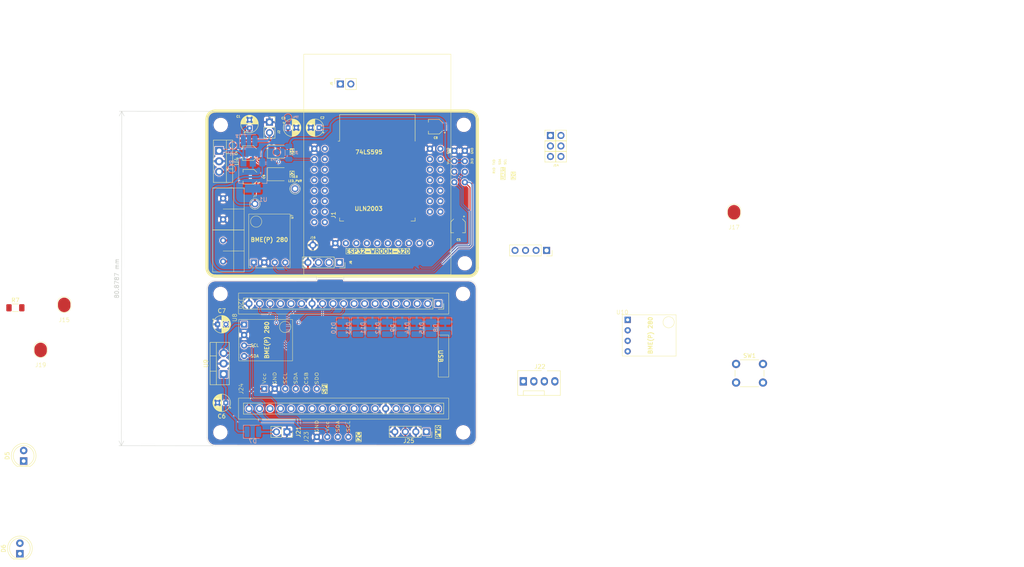
<source format=kicad_pcb>
(kicad_pcb (version 20240108) (generator "pcbnew") (generator_version "8.0")
  (layers (0 "F.Cu" signal) (31 "B.Cu" signal) (34 "B.Paste" user) (35 "F.Paste" user) (36 "B.SilkS" user "B.Silkscreen") (37 "F.SilkS" user "F.Silkscreen") (38 "B.Mask" user) (39 "F.Mask" user) (44 "Edge.Cuts" user))
  (net 0 "")
  (net 1 "GND")
  (net 2 "+3V3")
  (net 3 "+5V")
  (net 4 "/RXD")
  (net 5 "/TXD")
  (net 6 "/SDA")
  (net 7 "/GPIO_33")
  (net 8 "/SCL")
  (net 9 "/OUT3")
  (net 10 "/EN")
  (net 11 "/SOURCE2")
  (net 12 "/SOURCE1")
  (net 13 "/SOURCE3")
  (net 14 "/VDC")
  (net 15 "/DAC1")
  (net 16 "/DAC2")
  (net 17 "/GPIO39")
  (net 18 "/GPIO19")
  (net 19 "/GPIO17")
  (net 20 "/GPIO5")
  (net 21 "/GPIO18")
  (net 22 "/SD_DATA0")
  (net 23 "/ADC2_CH3")
  (net 24 "/SD_DATA3")
  (net 25 "/SD_CMD")
  (net 26 "/SD_CLK")
  (net 27 "/SD_DATA2")
  (net 28 "/SD_DATA1")
  (net 29 "/ADC2_CH0")
  (net 30 "/GPIO23")
  (net 31 "/GPIO36")
  (net 32 "/ADC2_CH2")
  (net 33 "/BOOT")
  (net 34 "/GPIO13")
  (net 35 "/SOURCE4")
  (net 36 "/SOURCE5")
  (net 37 "/SIPO_DATA")
  (net 38 "/SIPO_CLK")
  (net 39 "/SIPO_LATCH")
  (net 40 "/GPIO14")
  (net 41 "/OUT1")
  (net 42 "/VIN")
  (net 45 "Net-(D5-Pad1)")
  (net 46 "Net-(J15-Pin_1)")
  (net 47 "Net-(J19-Pin_1)")
  (net 48 "/OUT2")
  (net 60 "/RX")
  (net 65 "/TX")
  (net 76 "/SCL-2")
  (net 77 "/SDA-2")
  (net 80 "/12V")
  (net 82 "/QB-2")
  (net 83 "/QC-2")
  (net 84 "/QE-2")
  (net 85 "/QA-2")
  (net 86 "/QD-2")
  (net 87 "/QG-2")
  (net 88 "/QH-2")
  (net 89 "/QF-2")
  (net 90 "/SPI-SDO")
  (net 91 "/SPI-CSB")
  (net 92 "/SPI-SCL")
  (net 93 "/SPI-SDA")
  (net 94 "/D23")
  (net 95 "/D18")
  (footprint "Capacitor_THT:CP_Radial_D4.0mm_P2.00mm" (layer "F.Cu") (at 107 44.2 180)
    (property "Reference" "C2")
    (property "Value" "1uF")
  )
  (footprint "LED_SMD:LED_1210_3225Metric_Pad1.42x2.65mm_HandSolder" (layer "F.Cu") (at 97 55.45)
    (property "Reference" "D2")
    (property "Value" "STATUS")
  )
  (footprint "Capacitor_SMD:CP_Elec_3x5.3" (layer "F.Cu") (at 90.3 50.35 180)
    (property "Reference" "C4")
    (property "Value" "0.1uF")
  )
  (footprint "Resistor_SMD:R_1206_3216Metric_Pad1.30x1.75mm_HandSolder" (layer "F.Cu") (at 33.612 87.7585)
    (property "Reference" "R7")
    (property "Value" "4K7")
  )
  (footprint "LED_THT:LED_D5.0mm" (layer "F.Cu") (at 34.7 147.25 90)
    (property "Reference" "D6")
    (property "Value" "LED_STATUS")
  )
  (footprint "Button_Switch_THT:SW_PUSH_6mm" (layer "F.Cu") (at 207.8 101.35)
    (property "Reference" "SW1")
    (property "Value" "SW_Push")
  )
  (footprint "Connector:FanPinHeader_1x04_P2.54mm_Vertical" (layer "F.Cu") (at 156.38 105.55)
    (property "Reference" "J22")
    (property "Value" "Conn_01x04_Pin")
  )
  (footprint "Alexander Footprint Library:Pad_1x01_P2.54_SMD" (layer "F.Cu") (at 39.712 102.098)
    (property "Reference" "J19")
    (property "Value" "LED_PWR")
  )
  (footprint "Alexanddr Footprints Library:ESP32-WROOM-Adapter-Socket-2" (layer "F.Cu") (at 121.1 56.9025)
    (property "Reference" "J1")
    (property "Value" "~")
  )
  (footprint "Alexander Footprint Library:Pad_1x01_P2.54_SMD" (layer "F.Cu") (at 45.412 91.198)
    (property "Reference" "J15")
    (property "Value" "LED_PWR")
  )
  (footprint "MountingHole:MountingHole_3mm" (layer "F.Cu") (at 142 43.5)
    (property "Reference" "H1" (hide yes))
    (property "Value" "MountingHole_Pad")
  )
  (footprint "Connector_PinSocket_2.54mm:PinSocket_1x02_P2.54mm_Vertical" (layer "F.Cu") (at 99.25 117.775 -90)
    (property "Reference" "J21")
    (property "Value" "PWR")
  )
  (footprint "MountingHole:MountingHole_3mm" (layer "F.Cu") (at 83.25 43.53)
    (property "Reference" "H2" (hide yes))
    (property "Value" "MountingHole_Pad")
  )
  (footprint "Alexander Footprints Library:Conn_Terminal_5mm" (layer "F.Cu") (at 83.82 53.69)
    (property "Reference" "J9" (hide yes))
    (property "Value" "Conn_01x02_Socket")
  )
  (footprint "Alexander Footprint Library:Pad_1x01_P2.54_SMD" (layer "F.Cu") (at 207.3 68.7895)
    (property "Reference" "J17")
    (property "Value" "GND")
  )
  (footprint "MountingHole:MountingHole_3mm" (layer "F.Cu") (at 141.85 117.9)
    (property "Reference" "H4" (hide yes))
    (property "Value" "MountingHole_Pad")
  )
  (footprint "Capacitor_THT:CP_Radial_D4.0mm_P2.00mm" (layer "F.Cu") (at 82.5 91.75)
    (property "Reference" "C7")
    (property "Value" "1uF")
  )
  (footprint "Connector_PinSocket_2.54mm:PinSocket_1x04_P2.54mm_Vertical" (layer "F.Cu") (at 132.94 117.75 -90)
    (property "Reference" "J25")
    (property "Value" "PWR_SATA_Conn_01x04")
  )
  (footprint "Capacitor_SMD:CP_Elec_3x5.3" (layer "F.Cu") (at 90.4 56.05 180)
    (property "Reference" "C9")
    (property "Value" "0.1uF")
  )
  (footprint "Alexander Footprint Library:PinSocket_1x01_P2.54" (layer "F.Cu") (at 91.5 65.19)
    (property "Reference" "J7")
    (property "Value" "LED_PWR")
  )
  (footprint "Alexander Footprint Library:Conn_SPI" (layer "F.Cu") (at 88.68 107.35 90)
    (property "Reference" "J24")
    (property "Value" "~")
  )
  (footprint "Connector_PinSocket_2.54mm:PinSocket_1x02_P2.54mm_Vertical" (layer "F.Cu") (at 95.025 42.85)
    (property "Reference" "J2")
    (property "Value" "PWR")
  )
  (footprint "Connector_PinSocket_2.54mm:PinSocket_1x04_P2.54mm_Vertical" (layer "F.Cu") (at 111.94 76.8 -90)
    (property "Reference" "J6")
    (property "Value" "SOURCE")
  )
  (footprint "MountingHole:MountingHole_3mm" (layer "F.Cu") (at 83.15 117.9)
    (property "Reference" "H4" (hide yes))
    (property "Value" "MountingHole_Pad")
  )
  (footprint "Connector_PinSocket_2.54mm:PinSocket_1x04_P2.54mm_Vertical" (layer "F.Cu") (at 162 73.875 -90)
    (property "Reference" "J10" (hide yes))
    (property "Value" "ADC")
  )
  (footprint "Capacitor_SMD:CP_Elec_3x5.3" (layer "F.Cu") (at 140.6 67.85 -90)
    (property "Reference" "C5")
    (property "Value" "0.1uF")
  )
  (footprint "MountingHole:MountingHole_3mm" (layer "F.Cu") (at 141.8 84.4)
    (property "Reference" "H4" (hide yes))
    (property "Value" "MountingHole_Pad")
  )
  (footprint "Capacitor_THT:CP_Radial_D4.0mm_P2.00mm" (layer "F.Cu") (at 99.5 44.2)
    (property "Reference" "C3")
    (property "Value" "1uF")
  )
  (footprint "Alexander Footprint Library:Conn_ESP32_WROOM-DevKit-38pins" (layer "F.Cu") (at 87.54 86.75 -90)
    (property "Reference" "J20")
    (property "Value" "~")
  )
  (footprint "Capacitor_SMD:CP_Elec_3x5.3" (layer "F.Cu") (at 135.2 43.95 180)
    (property "Reference" "C8")
    (property "Value" "10uF")
  )
  (footprint "Alexander Footprint Library:LD1117" (layer "F.Cu") (at 83.945 103.79 90)
    (property "Reference" "U9")
    (property "Value" "L7805")
  )
  (footprint "Alexander Footprint Library:PinSocket_1x01_P2.54" (layer "F.Cu") (at 101.2 61.52)
    (property "Reference" "J18")
    (property "Value" "LED_PWR")
  )
  (footprint "Alexander Footprint Library:Conn_I2C" (layer "F.Cu") (at 98.84 119 90)
    (property "Reference" "J23")
    (property "Value" "I2C")
  )
  (footprint "Capacitor_THT:CP_Radial_D4.0mm_P2.00mm" (layer "F.Cu") (at 84.4726 110.75 180)
    (property "Reference" "C6")
    (property "Value" "1uF")
  )
  (footprint "Alexander Footprint Library:BME280_BMP280_I2C" (layer "F.Cu") (at 180.3 89.45)
    (property "Reference" "U10")
    (property "Value" "BME(P)280")
  )
  (footprint "MountingHole:MountingHole_3mm" (layer "F.Cu") (at 83.2 84.4)
    (property "Reference" "H4" (hide yes))
    (property "Value" "MountingHole_Pad")
  )
  (footprint "Connector_PinSocket_2.54mm:PinSocket_1x02_P2.54mm_Vertical" (layer "F.Cu") (at 112.15 33.625 90)
    (property "Reference" "J5")
    (property "Value" "DAC")
  )
  (footprint "Alexander Footprint Library:CONN_2x3" (layer "F.Cu") (at 162.93 41)
    (property "Reference" "J14")
    (property "Value" "GPIO")
  )
  (footprint "Alexander Footprints Library:Conn_UART" (layer "F.Cu") (at 139.7 42.15)
    (property "Reference" "J3" (hide yes))
    (property "Value" "UART")
  )
  (footprint "Alexander Footprint Library:PinSocket_1x01_P2.54" (layer "F.Cu") (at 105.5 75.19)
    (property "Reference" "J16")
    (property "Value" "GND")
  )
  (footprint "Capacitor_THT:CP_Radial_D4.0mm_P2.00mm" (layer "F.Cu") (at 90.2 44.3 90)
    (property "Reference" "C1")
    (property "Value" "1uF")
  )
  (footprint "Alexander Footprint Library:BME280_BMP280_I2C" (layer "F.Cu") (at 90 78.1 90)
    (property "Reference" "U7")
    (property "Value" "BME(P)280")
  )
  (footprint "Alexander Footprint Library:LD1117" (layer "F.Cu") (at 82.855 49.77 -90)
    (property "Reference" "U4")
    (property "Value" "L7805")
  )
  (footprint "Alexander Footprints Library:Conn_I2C" (layer "F.Cu") (at 142.24 42.15)
    (property "Reference" "J4" (hide yes))
    (property "Value" "I2C")
  )
  (footprint "LED_THT:LED_D5.0mm" (layer "F.Cu") (at 35.612 124.8335 90)
    (property "Reference" "D5")
    (property "Value" "LED_PWR")
  )
  (footprint "Alexander Footprint Library:BME280_BMP280_I2C" (layer "F.Cu") (at 87.6 90.59)
    (property "Reference" "U8")
    (property "Value" "BME(P)280")
  )
  (footprint "LED_SMD:LED_1210_3225Metric_Pad1.42x2.65mm_HandSolder" (layer "F.Cu") (at 97 50)
    (property "Reference" "D1")
    (property "Value" "PWR")
  )
  (footprint "MountingHole:MountingHole_3mm" (layer "F.Cu") (at 142.25 77)
    (property "Reference" "H4" (hide yes))
    (property "Value" "MountingHole_Pad")
  )
  (footprint "Alexander Footprints Library:Conn_Terminal_5mm" (layer "F.Cu") (at 83.82 63.85)
    (property "Reference" "J8" (hide yes))
    (property "Value" "Conn_01x02_Socket")
  )
  (footprint "TestPoint:TestPoint_Pad_D1.5mm" (layer "B.Cu") (at 99.5 41.75 180)
    (property "Reference" "TP4")
    (property "Value" "5V")
  )
  (footprint "LED_SMD:LED_1210_3225Metric_Pad1.42x2.65mm_HandSolder" (layer "B.Cu") (at 127.1 92.65 -90)
    (property "Reference" "D9")
    (property "Value" "PWR")
  )
  (footprint "TestPoint:TestPoint_Pad_D1.5mm" (layer "B.Cu") (at 96.8 50.15 180)
    (property "Reference" "TP3")
    (property "Value" "3V3")
  )
  (footprint "LED_SMD:LED_1210_3225Metric_Pad1.42x2.65mm_HandSolder" (layer "B.Cu") (at 119.9 92.65 -90)
    (property "Reference" "D11")
    (property "Value" "PWR")
  )
  (footprint "Diode_SMD:D_1210_3225Metric" (layer "B.Cu") (at 91 117.75)
    (property "Reference" "D7")
    (property "Value" "D")
  )
  (footprint "LED_SMD:LED_1210_3225Metric_Pad1.42x2.65mm_HandSolder" (layer "B.Cu") (at 134.1 92.65 -90)
    (property "Reference" "D15")
    (property "Value" "PWR")
  )
  (footprint "Resistor_SMD:R_1206_3216Metric_Pad1.30x1.75mm_HandSolder" (layer "B.Cu") (at 99.7 50.25 -90)
    (property "Reference" "R1")
    (property "Value" "10K")
  )
  (footprint "Diode_SMD:D_1210_3225Metric" (layer "B.Cu") (at 90.1 47.4)
    (property "Reference" "D4")
    (property "Value" "D")
  )
  (footprint "LED_SMD:LED_1210_3225Metric_Pad1.42x2.65mm_HandSolder" (layer "B.Cu") (at 130.6 92.65 -90)
    (property "Reference" "D14")
    (property "Value" "PWR")
  )
  (footprint "TestPoint:TestPoint_Pad_D1.5mm" (layer "B.Cu") (at 86.2 48.45 180)
    (property "Reference" "TP1")
    (property "Value" "VIN")
  )
  (footprint "LED_SMD:LED_1210_3225Metric_Pad1.42x2.65mm_HandSolder" (layer "B.Cu") (at 123.5 92.65 -90)
    (property "Reference" "D12")
    (property "Value" "PWR")
  )
  (footprint "TestPoint:TestPoint_Pad_D1.5mm" (layer "B.Cu") (at 85.9 54.15 180)
    (property "Reference" "TP2")
    (property "Value" "GND")
  )
  (footprint "LED_SMD:LED_1210_3225Metric_Pad1.42x2.65mm_HandSolder" (layer "B.Cu") (at 116.4 92.65 -90)
    (property "Reference" "D13")
    (property "Value" "PWR")
  )
  (footprint "LED_SMD:LED_1210_3225Metric_Pad1.42x2.65mm_HandSolder" (layer "B.Cu") (at 112.8 92.65 -90)
    (property "Reference" "D10")
    (property "Value" "PWR")
  )
  (footprint "Package_TO_SOT_SMD:SOT-223-3_TabPin2" (layer "B.Cu") (at 91 55.75 -90)
    (property "Reference" "U1")
    (property "Value" "MAX1726EUK33")
  )
  (footprint "LED_SMD:LED_1210_3225Metric_Pad1.42x2.65mm_HandSolder" (layer "B.Cu") (at 137.5 92.65 -90)
    (property "Reference" "D8")
    (property "Value" "PWR")
  )
  (gr_line (start 145.25 42.11421) (end 145.25 78.085782) (stroke (width 0.75)) (layer "F.SilkS"))
  (gr_line (start 81.914218 40.164218) (end 143.08579 40.164218) (stroke (width 0.75)) (layer "F.SilkS"))
  (gr_arc (start 145.25 78.085782) (mid 144.66422 79.500007) (end 143.25 80.085782) (stroke (width 0.75)) (layer "F.SilkS"))
  (gr_line (start 79.914218 42.11421) (end 79.914218 78.085782) (stroke (width 0.75)) (layer "F.SilkS"))
  (gr_arc (start 81.914218 80.085782) (mid 80.499999 79.500001) (end 79.914218 78.085782) (stroke (width 0.75)) (layer "F.SilkS"))
  (gr_arc (start 143.25 40.25) (mid 144.664214 40.835786) (end 145.25 42.25) (stroke (width 0.75)) (layer "F.SilkS"))
  (gr_arc (start 79.914218 42.164218) (mid 80.499999 40.749999) (end 81.914218 40.164218) (stroke (width 0.75)) (layer "F.SilkS"))
  (gr_line (start 81.914214 80.085782) (end 143.085786 80.085782) (stroke (width 0.75)) (layer "F.SilkS"))
  (gr_line (start 82.014214 80.235786) (end 106.4 80.25) (stroke (width 0.1)) (layer "Edge.Cuts"))
  (gr_line (start 80 42.25) (end 80.014214 78.235786) (stroke (width 0.1)) (layer "Edge.Cuts"))
  (gr_arc (start 79.921321 83.157107) (mid 80.507106 81.742896) (end 81.921321 81.157107) (stroke (width 0.1)) (layer "Edge.Cuts"))
  (gr_line (start 81.921321 121.128679) (end 143.107107 121.142893) (stroke (width 0.1)) (layer "Edge.Cuts"))
  (gr_arc (start 81.921321 121.128679) (mid 80.507101 120.542899) (end 79.921321 119.128679) (stroke (width 0.1)) (layer "Edge.Cuts"))
  (gr_line (start 143.092893 81.157107) (end 113 81.15) (stroke (width 0.1)) (layer "Edge.Cuts"))
  (gr_arc (start 145.107107 119.142893) (mid 144.521321 120.557107) (end 143.107107 121.142893) (stroke (width 0.1)) (layer "Edge.Cuts"))
  (gr_line (start 106.4 81.15) (end 81.921321 81.157107) (stroke (width 0.1)) (layer "Edge.Cuts"))
  (gr_arc (start 143.185786 40.264214) (mid 144.600004 40.849996) (end 145.185786 42.264214) (stroke (width 0.1)) (layer "Edge.Cuts"))
  (gr_line (start 113 80.25) (end 143.185786 80.235786) (stroke (width 0.1)) (layer "Edge.Cuts"))
  (gr_arc (start 82.014214 80.235786) (mid 80.599996 79.650004) (end 80.014214 78.235786) (stroke (width 0.1)) (layer "Edge.Cuts"))
  (gr_line (start 145.185786 42.264214) (end 145.185786 78.235786) (stroke (width 0.1)) (layer "Edge.Cuts"))
  (gr_arc (start 80 42.25) (mid 80.585786 40.835786) (end 82 40.25) (stroke (width 0.1)) (layer "Edge.Cuts"))
  (gr_line (start 145.107107 119.142893) (end 145.092893 83.157107) (stroke (width 0.1)) (layer "Edge.Cuts"))
  (gr_line (start 79.921321 119.128679) (end 79.921321 83.157107) (stroke (width 0.1)) (layer "Edge.Cuts"))
  (gr_line (start 106.4 81.15) (end 106.4 80.25) (stroke (width 0.1)) (layer "Edge.Cuts"))
  (gr_arc (start 145.185786 78.235786) (mid 144.600004 79.650004) (end 143.185786 80.235786) (stroke (width 0.1)) (layer "Edge.Cuts"))
  (gr_arc (start 143.092893 81.157107) (mid 144.507112 81.742888) (end 145.092893 83.157107) (stroke (width 0.1)) (layer "Edge.Cuts"))
  (gr_line (start 113 81.15) (end 113 80.25) (stroke (width 0.1)) (layer "Edge.Cuts"))
  (gr_line (start 143.185786 40.264214) (end 82 40.25) (stroke (width 0.1)) (layer "Edge.Cuts"))
  (gr_text "SCL" (at 90.4 96.85 0) (layer "F.SilkS") (effects (font (size 0.7 0.7) (thickness 0.125) (bold yes)) (justify left)))
  (gr_text "SDA" (at 90.4 99.45 0) (layer "F.SilkS") (effects (font (size 0.7 0.7) (thickness 0.125) (bold yes)) (justify left)))
  (gr_text "PWR" (at 136.4 119.55 90) (layer "F.SilkS" knockout) (effects (font (size 1 1) (thickness 0.25) (bold yes)) (justify left bottom)))
  (gr_text "74LS595" (at 119.057143 50.1 0) (layer "F.SilkS") (effects (font (size 1 1) (thickness 0.2) (bold yes))))
  (gr_text "ULN2003" (at 115.5 64.374 0) (layer "F.SilkS") (effects (font (size 1 1) (thickness 0.2) (bold yes)) (justify left bottom)))
  (dimension (type aligned) (layer "Edge.Cuts") (pts (xy 81.921321 121.128679) (xy 82 40.25)) (height -22.6907) (gr_text "80.8787 mm" (at 58.119973 80.666146 89.94426182) (layer "Edge.Cuts") (effects (font (size 1 1) (thickness 0.15)))) (format (prefix "") (suffix "") (units 3) (units_format 1) (precision 4)) (style (thickness 0.1) (arrow_length 1.27) (text_position_mode 0) (extension_height 0.58642) (extension_offset 0.5) keep_text_aligned))
  (segment (start 84.21 66) (end 83.82 66.39) (width 0.5) (layer "F.Cu") (net 1))
  (segment (start 95.5 54.8625) (end 95.5125 54.85) (width 0.25) (layer "F.Cu") (net 1))
  (segment (start 95.5 55.4625) (end 95.5125 55.45) (width 0.25) (layer "F.Cu") (net 1))
  (segment (start 91.5 59.65) (end 91.9 59.25) (width 0.5) (layer "F.Cu") (net 2))
  (segment (start 90.08 108.57) (end 90.08 112.15) (width 0.5) (layer "F.Cu") (net 2))
  (segment (start 91.3 107.35) (end 90.08 108.57) (width 0.5) (layer "F.Cu") (net 2))
  (segment (start 91.9 59.25) (end 91.9 56.05) (width 0.5) (layer "F.Cu") (net 2))
  (segment (start 93.76 107.35) (end 91.3 107.35) (width 0.5) (layer "F.Cu") (net 2))
  (segment (start 91.5 62.62) (end 91.5 59.65) (width 0.5) (layer "F.Cu") (net 2))
  (segment (start 98.4875 50) (end 101.05 50) (width 0.5) (layer "F.Cu") (net 2))
  (segment (start 96.075 48.7) (end 97.525 48.7) (width 0.5) (layer "B.Cu") (net 2))
  (segment (start 109.408578 44.2) (end 107 44.2) (width 0.5) (layer "B.Cu") (net 2))
  (segment (start 93.21 115.25) (end 101 115.25) (width 0.5) (layer "B.Cu") (net 2))
  (segment (start 81.3 75.997918) (end 81.3 59.75104) (width 0.5) (layer "B.Cu") (net 2))
  (segment (start 93.3 54.905025) (end 93.3 52.6) (width 0.5) (layer "B.Cu") (net 2))
  (segment (start 100 48.7) (end 100 48.03033) (width 0.5) (layer "B.Cu") (net 2))
  (segment (start 139.13 52.31) (end 139.7 52.31) (width 0.5) (layer "B.Cu") (net 2))
  (segment (start 138.156949 51.906949) (end 138.03 51.78) (width 0.5) (layer "B.Cu") (net 2))
  (segment (start 109 117.5) (end 109 119) (width 0.5) (layer "B.Cu") (net 2))
  (segment (start 84.202081 78.9) (end 89.990883 78.9) (width 0.5) (layer "B.Cu") (net 2))
  (segment (start 109.75 45) (end 109.75 44.141421) (width 0.5) (layer "B.Cu") (net 2))
  (segment (start 109.75 43.858578) (end 109.75 44.141421) (width 0.5) (layer "B.Cu") (net 2))
  (segment (start 104.722182 46.75) (end 106.277817 46.75) (width 0.5) (layer "B.Cu") (net 2))
  (segment (start 139.7 52.31) (end 142.24 52.31) (width 0.5) (layer "B.Cu") (net 2))
  (segment (start 137.5 50.500466) (end 137.5 43.883883) (width 0.5) (layer "B.Cu") (net 2))
  (segment (start 88.207106 62.75) (end 91.5 62.75) (width 0.5) (layer "B.Cu") (net 2))
  (segment (start 86.5 61.042893) (end 86.5 57.5) (width 0.5) (layer "B.Cu") (net 2))
  (segment (start 106.277817 46.75) (end 108 46.75) (width 0.5) (layer "B.Cu") (net 2))
  (segment (start 101 115.25) (end 102.5 116.75) (width 0.5) (layer "B.Cu") (net 2))
  (segment (start 91.22 77.670883) (end 91.22 76.8) (width 0.5) (layer "B.Cu") (net 2))
  (segment (start 89.455634 56.1) (end 92.105025 56.1) (width 0.5) (layer "B.Cu") (net 2))
  (segment (start 96.075 48.7) (end 95.177817 48.7) (width 0.5) (layer "B.Cu") (net 2))
  (segment (start 90.11 112.15) (end 93.21 115.25) (width 0.5) (layer "B.Cu") (net 2))
  (segment (start 108.25 116.75) (end 109 117.5) (width 0.5) (layer "B.Cu") (net 2))
  (segment (start 104.722182 46.75) (end 101.28033 46.75) (width 0.5) (layer "B.Cu") (net 2))
  (segment (start 108 46.75) (end 109.75 45) (width 0.5) (layer "B.Cu") (net 2))
  (segment (start 96.8 49.425) (end 96.8 50.15) (width 0.25) (layer "B.Cu") (net 2))
  (segment (start 109.75 43.625) (end 109.75 43.858578) (width 0.5) (layer "B.Cu") (net 2))
  (segment (start 110.015165 42.984834) (end 110.5 42.5) (width 0.5) (layer "B.Cu") (net 2))
  (segment (start 93.3 52.6) (end 93.3 50.577817) (width 0.5) (layer "B.Cu") (net 2))
  (segment (start 82.75104 58.3) (end 84.144365 58.3) (width 0.5) (layer "B.Cu") (net 2))
  (segment (start 102.5 116.75) (end 108.25 116.75) (width 0.5) (layer "B.Cu") (net 2))
  (segment (start 112.31066 41.75) (end 135.366116 41.75) (width 0.5) (layer "B.Cu") (net 2))
  (segment (start 100 48.7) (end 97.525 48.7) (width 0.5) (layer "B.Cu") (net 2))
  (arc (start 136.875 42.375) (mid 137.337567 43.067281) (end 137.5 43.883883) (width 0.5) (layer "B.Cu") (net 2))
  (arc (start 137.5 50.500466) (mid 137.637742 51.192944) (end 138.03 51.78) (width 0.5) (layer "B.Cu") (net 2))
  (arc (start 93.3 54.905025) (mid 93.209037 55.362322) (end 92.95 55.75) (width 0.5) (layer "B.Cu") (net 2))
  (arc (start 86.8 57.2) (mid 85.581584 58.014119) (end 84.144365 58.3) (width 0.5) (layer "B.Cu") (net 2))
  (arc (start 89.455634 56.1) (mid 88.018415 56.38588) (end 86.8 57.2) (width 0.5) (layer "B.Cu") (net 2))
  (arc (start 86.5 61.042893) (mid 86.629945 61.696174) (end 87 62.25) (width 0.5) (layer "B.Cu") (net 2))
  (arc (start 82.75104 58.3) (mid 82.195751 58.410453) (end 81.725 58.725) (width 0.5) (layer "B.Cu") (net 2))
  (arc (start 92.95 55.75) (mid 92.562322 56.009037) (end 92.105025 56.1) (width 0.5) (layer "B.Cu") (net 2))
  (arc (start 95.177817 48.7) (mid 94.459207 48.84294) (end 93.85 49.25) (width 0.5) (layer "B.Cu") (net 2))
  (arc (start 96.8 49.425) (mid 96.587652 48.912347) (end 96.075 48.7) (width 0.25) (layer "B.Cu") (net 2))
  (arc (start 82.15 78.05) (mid 83.091502 78.679092) (end 84.202081 78.9) (width 0.5) (layer "B.Cu") (net 2))
  (arc (start 110.015165 42.984834) (mid 109.818914 43.278544) (end 109.75 43.625) (width 0.5) (layer "B.Cu") (net 2))
  (arc (start 109.75 44.141421) (mid 109.713838 44.087301) (end 109.65 44.1) (width 0.5) (layer "B.Cu") (net 2))
  (arc (start 136.875 42.375) (mid 136.182718 41.912432) (end 135.366116 41.75) (width 0.5) (layer "B.Cu") (net 2))
  (arc (start 93.85 49.25) (mid 93.44294 49.859207) (end 93.3 50.577817) (width 0.5) (layer "B.Cu") (net 2))
  (arc (start 90.86 78.54) (mid 90.461245 78.806439) (end 89.990883 78.9) (width 0.5) (layer "B.Cu") (net 2))
  (arc (start 109.65 44.1) (mid 109.539234 44.17401) (end 109.408578 44.2) (width 0.5) (layer "B.Cu") (net 2))
  (arc (start 87 62.25) (mid 87.553825 62.620054) (end 88.207106 62.75) (width 0.5) (layer "B.Cu") (net 2))
  (arc (start 81.725 58.725) (mid 81.410453 59.195751) (end 81.3 59.75104) (width 0.5) (layer "B.Cu") (net 2))
  (arc (start 138.156949 51.906949) (mid 138.603388 52.20525) (end 139.13 52.31) (width 0.5) (layer "B.Cu") (net 2))
  (arc (start 101.28033 46.75) (mid 100.790368 46.847459) (end 100.375 47.125) (width 0.5) (layer "B.Cu") (net 2))
  (arc (start 91.22 77.670883) (mid 91.126439 78.141245) (end 90.86 78.54) (width 0.5) (layer "B.Cu") (net 2))
  (arc (start 109.65 44.1) (mid 109.72401 43.989234) (end 109.75 43.858578) (width 0.5) (layer "B.Cu") (net 2))
  (arc (start 112.31066 41.75) (mid 111.330737 41.944918) (end 110.5 42.5) (width 0.5) (layer "B.Cu") (net 2))
  (arc (start 100.375 47.125) (mid 100.097459 47.540368) (end 100 48.03033) (width 0.5) (layer "B.Cu") (net 2))
  (arc (start 81.3 75.997918) (mid 81.520907 77.108496) (end 82.15 78.05) (width 0.5) (layer "B.Cu") (net 2))
  (segment (start 99.5 45.693413) (end 99.5 44.2) (width 0.5) (layer "F.Cu") (net 3))
  (segment (start 98.6375 46.9625) (end 99.2125 46.3875) (width 0.5) (layer "F.Cu") (net 3))
  (segment (start 83.945 98.71) (end 86.21 98.71) (width 0.5) (layer "F.Cu") (net 3))
  (segment (start 86.75 99.25) (end 86.75 100) (width 0.5) (layer "F.Cu") (net 3))
  (segment (start 127.86 116.39) (end 129 115.25) (width 0.5) (layer "F.Cu") (net 3))
  (segment (start 129 115.25) (end 135.25 115.25) (width 0.5) (layer "F.Cu") (net 3))
  (segment (start 135.81 114.69) (end 135.81 112.15) (width 0.5) (layer "F.Cu") (net 3))
  (segment (start 86.75 114.25) (end 87.75 115.25) (width 0.5) (layer "F.Cu") (net 3))
  (segment (start 86.75 100) (end 86.75 114.25) (width 0.5) (layer "F.Cu") (net 3))
  (segment (start 88.1 47.25) (end 97.943413 47.25) (width 0.5) (layer "F.Cu") (net 3))
  (segment (start 84.9 54.85) (end 85.4 54.35) (width 0.5) (layer "F.Cu") (net 3))
  (segment (start 85.4 54.35) (end 85.4 49.95) (width 0.5) (layer "F.Cu") (net 3))
  (segment (start 127.86 118.65) (end 127.86 116.39) (width 0.5) (layer "F.Cu") (net 3))
  (segment (start 86.21 98.71) (end 86.75 99.25) (width 0.5) (layer "F.Cu") (net 3))
  (segment (start 135.25 115.25) (end 135.81 114.69) (width 0.5) (layer "F.Cu") (net 3))
  (segment (start 82.855 54.85) (end 84.9 54.85) (width 0.5) (layer "F.Cu") (net 3))
  (segment (start 85.4 49.95) (end 88.1 47.25) (width 0.5) (layer "F.Cu") (net 3))
  (segment (start 87.75 115.25) (end 129 115.25) (width 0.5) (layer "F.Cu") (net 3))
  (arc (start 97.943413 47.25) (mid 98.31905 47.175281) (end 98.6375 46.9625) (width 0.5) (layer "F.Cu") (net 3))
  (arc (start 99.5 45.693413) (mid 99.425281 46.06905) (end 99.2125 46.3875) (width 0.5) (layer "F.Cu") (net 3))
  (segment (start 83.945 97.305) (end 84.5 96.75) (width 0.5) (layer "B.Cu") (net 3))
  (segment (start 84.5 94.05) (end 84.5 91.75) (width 0.5) (layer "B.Cu") (net 3))
  (segment (start 88.9 91.81) (end 86.74 91.81) (width 0.5) (layer "B.Cu") (net 3))
  (segment (start 83.945 98.71) (end 83.945 97.305) (width 0.5) (layer "B.Cu") (net 3))
  (segment (start 86.74 91.81) (end 84.5 94.05) (width 0.5) (layer "B.Cu") (net 3))
  (segment (start 84.5 96.75) (end 84.5 94.05) (width 0.5) (layer "B.Cu") (net 3))
  (segment (start 99.5 42.25) (end 99.5 44.2) (width 0.25) (layer "B.Cu") (net 3))
  (segment (start 139.7 57.35) (end 139.7 57.39) (width 0.25) (layer "F.Cu") (net 4))
  (segment (start 140.3 57.45) (end 139.3 57.45) (width 0.25) (layer "F.Cu") (net 4))
  (segment (start 142.918198 72.331802) (end 140.231802 72.331802) (width 0.25) (layer "B.Cu") (net 4))
  (segment (start 131.8 78.15) (end 131.4 77.75) (width 0.25) (layer "B.Cu") (net 4))
  (segment (start 140.231802 72.331802) (end 134.413604 78.15) (width 0.25) (layer "B.Cu") (net 4))
  (segment (start 134.413604 78.15) (end 131.8 78.15) (width 0.25) (layer "B.Cu") (net 4))
  (segment (start 139.7 57.39) (end 141.34 59.03) (width 0.25) (layer "B.Cu") (net 4))
  (segment (start 141.34 59.03) (end 141.34 62.876396) (width 0.25) (layer "B.Cu") (net 4))
  (segment (start 143.1 64.636396) (end 143.1 72.15) (width 0.25) (layer "B.Cu") (net 4))
  (segment (start 143.1 72.15) (end 142.918198 72.331802) (width 0.25) (layer "B.Cu") (net 4))
  (segment (start 141.34 62.876396) (end 143.1 64.636396) (width 0.25) (layer "B.Cu") (net 4))
  (segment (start 143.4 73.25) (end 140.7 73.25) (width 0.25) (layer "F.Cu") (net 5))
  (segment (start 143.453 56.303) (end 144 56.85) (width 0.25) (layer "F.Cu") (net 5))
  (segment (start 144 56.85) (end 144 72.65) (width 0.25) (layer "F.Cu") (net 5))
  (segment (start 139.7 54.85) (end 141.153 56.303) (width 0.25) (layer "F.Cu") (net 5))
  (segment (start 141.153 56.303) (end 143.453 56.303) (width 0.25) (layer "F.Cu") (net 5))
  (segment (start 144 72.65) (end 143.4 73.25) (width 0.25) (layer "F.Cu") (net 5))
  (segment (start 140.7 73.25) (end 136.9 77.05) (width 0.25) (layer "F.Cu") (net 5))
  (segment (start 139.7 54.85) (end 139.5 54.85) (width 0.25) (layer "F.Cu") (net 5))
  (segment (start 142.24 54.85) (end 142.24 55.51) (width 0.25) (layer "F.Cu") (net 6))
  (segment (start 141.79 58.74) (end 141 57.95) (width 0.25) (layer "B.Cu") (net 6))
  (segment (start 140.418198 72.781802) (end 143.281802 72.781802) (width 0.25) (layer "B.Cu") (net 6))
  (segment (start 98.84 76.8) (end 98.84 78.09) (width 0.25) (layer "B.Cu") (net 6))
  (segment (start 130.14 78.09) (end 130.7 78.65) (width 0.25) (layer "B.Cu") (net 6))
  (segment (start 143.55 64.45) (end 141.79 62.69) (width 0.25) (layer "B.Cu") (net 6))
  (segment (start 134.55 78.65) (end 140.418198 72.781802) (width 0.25) (layer "B.Cu") (net 6))
  (segment (start 141.79 62.69) (end 141.79 58.74) (width 0.25) (layer "B.Cu") (net 6))
  (segment (start 99.4 78.65) (end 130.7 78.65) (width 0.25) (layer "B.Cu") (net 6))
  (segment (start 141 56.09) (end 142.24 54.85) (width 0.25) (layer "B.Cu") (net 6))
  (segment (start 130.7 78.65) (end 134.55 78.65) (width 0.25) (layer "B.Cu") (net 6))
  (segment (start 98.84 78.09) (end 99.4 78.65) (width 0.25) (layer "B.Cu") (net 6))
  (segment (start 143.281802 72.781802) (end 143.55 72.513604) (width 0.25) (layer "B.Cu") (net 6))
  (segment (start 143.55 72.513604) (end 143.55 64.45) (width 0.25) (layer "B.Cu") (net 6))
  (segment (start 141 57.95) (end 141 56.09) (width 0.25) (layer "B.Cu") (net 6))
  (segment (start 143.231802 72.781802) (end 140.368198 72.781802) (width 0.25) (layer "F.Cu") (net 8))
  (segment (start 143.5 72.513604) (end 143.231802 72.781802) (width 0.25) (layer "F.Cu") (net 8))
  (segment (start 142.24 57.39) (end 143.5 58.65) (width 0.25) (layer "F.Cu") (net 8))
  (segment (start 140.368198 72.781802) (end 138.9 74.25) (width 0.25) (layer "F.Cu") (net 8))
  (segment (start 143.5 58.65) (end 143.5 72.513604) (width 0.25) (layer "F.Cu") (net 8))
  (segment (start 140.6 73.3) (end 143.4 73.3) (width 0.25) (layer "B.Cu") (net 8))
  (segment (start 144 72.7) (end 144 57.95) (width 0.25) (layer "B.Cu") (net 8))
  (segment (start 144 57.95) (end 143.44 57.39) (width 0.25) (layer "B.Cu") (net 8))
  (segment (start 96.3 78.45) (end 96.95 79.1) (width 0.25) (layer "B.Cu") (net 8))
  (segment (start 96.95 79.1) (end 134.8 79.1) (width 0.25) (layer "B.Cu") (net 8))
  (segment (start 143.44 57.39) (end 142.24 57.39) (width 0.25) (layer "B.Cu") (net 8))
  (segment (start 134.8 79.1) (end 140.6 73.3) (width 0.25) (layer "B.Cu") (net 8))
  (segment (start 143.4 73.3) (end 144 72.7) (width 0.25) (layer "B.Cu") (net 8))
  (segment (start 96.3 76.8) (end 96.3 78.45) (width 0.25) (layer "B.Cu") (net 8))
  (segment (start 91.8 52.25) (end 92.3 52.75) (width 0.25) (layer "F.Cu") (net 10))
  (segment (start 92.3 52.75) (end 96.9 52.75) (width 0.25) (layer "F.Cu") (net 10))
  (segment (start 96.9 52.75) (end 97.2 52.45) (width 0.25) (layer "F.Cu") (net 10))
  (segment (start 91.8 50.35) (end 91.8 52.25) (width 0.25) (layer "F.Cu") (net 10))
  (via (at 97.2 52.45) (size 0.8) (drill 0.4) (layers "F.Cu" "B.Cu") (net 10))
  (segment (start 101.4 51.8) (end 101.45 51.8) (width 0.25) (layer "B.Cu") (net 10))
  (segment (start 105.86 51.8225) (end 101.4225 51.8225) (width 0.25) (layer "B.Cu") (net 10))
  (segment (start 99.7 51.8) (end 101.4 51.8) (width 0.25) (layer "B.Cu") (net 10))
  (segment (start 97.2 52.45) (end 97.85 51.8) (width 0.25) (layer "B.Cu") (net 10))
  (segment (start 97.85 51.8) (end 99.7 51.8) (width 0.25) (layer "B.Cu") (net 10))
  (segment (start 101.4225 51.8225) (end 101.4 51.8) (width 0.25) (layer "B.Cu") (net 10))
  (segment (start 86.37 71.47) (end 88 73.1) (width 0.5) (layer "F.Cu") (net 11))
  (segment (start 88 73.1) (end 99 73.1) (width 0.5) (layer "F.Cu") (net 11))
  (segment (start 83.82 71.47) (end 86.37 71.47) (width 0.5) (layer "F.Cu") (net 11))
  (segment (start 86.275 76.55) (end 88.075 74.75) (width 0.5) (layer "F.Cu") (net 12))
  (segment (start 83.82 76.55) (end 86.275 76.55) (width 0.5) (layer "F.Cu") (net 12))
  (segment (start 88.075 74.75) (end 99.75 74.75) (width 0.5) (layer "F.Cu") (net 12))
  (segment (start 96.71 117.775) (end 92.425 117.775) (width 0.5) (layer "B.Cu") (net 14))
  (segment (start 92.425 117.775) (end 92.4 117.75) (width 0.5) (layer "B.Cu") (net 14))
  (segment (start 95.025 46.674479) (end 95.025 45.39) (width 0.5) (layer "B.Cu") (net 14))
  (segment (start 94.299479 47.4) (end 91.5 47.4) (width 0.5) (layer "B.Cu") (net 14))
  (arc (start 95.025 46.674479) (mid 94.969773 46.952124) (end 94.8125 47.1875) (width 0.5) (layer "B.Cu") (net 14))
  (arc (start 94.8125 47.1875) (mid 94.577124 47.344773) (end 94.299479 47.4) (width 0.5) (layer "B.Cu") (net 14))
  (segment (start 127.5 73.6) (end 128.2 72.9) (width 0.25) (layer "F.Cu") (net 21))
  (segment (start 132.68 75.53) (end 132.68 75.49) (width 0.25) (layer "F.Cu") (net 22))
  (segment (start 89.5 46.25) (end 87.71 46.25) (width 0.5) (layer "F.Cu") (net 42))
  (segment (start 87.71 46.25) (end 84.19 49.77) (width 0.5) (layer "F.Cu") (net 42))
  (segment (start 90.2 45.55) (end 89.5 46.25) (width 0.5) (layer "F.Cu") (net 42))
  (segment (start 84.19 49.77) (end 82.855 49.77) (width 0.5) (layer "F.Cu") (net 42))
  (segment (start 90.2 44.3) (end 90.2 45.55) (width 0.5) (layer "F.Cu") (net 42))
  (segment (start 88.7 50.546446) (end 88.7 51.253553) (width 0.5) (layer "B.Cu") (net 42))
  (segment (start 84.4726 112.4726) (end 84.4726 109.5) (width 0.5) (layer "B.Cu") (net 42))
  (segment (start 88.7 45.153553) (end 88.7 47.4) (width 0.5) (layer "B.Cu") (net 42))
  (segment (start 86.2 49.11) (end 86.2 48.45) (width 0.25) (layer "B.Cu") (net 42))
  (segment (start 88.45 50.65) (end 88.2 50.4) (width 0.5) (layer "B.Cu") (net 42))
  (segment (start 88.7 50.546446) (end 88.7 47.4) (width 0.5) (layer "B.Cu") (net 42))
  (segment (start 84.4726 107.0826) (end 83.945 106.555) (width 0.5) (layer "B.Cu") (net 42))
  (segment (start 83.945 106.555) (end 83.945 103.79) (width 0.5) (layer "B.Cu") (net 42))
  (segment (start 88.45 50.65) (end 88.054368 50.254368) (width 0.5) (layer "B.Cu") (net 42))
  (segment (start 87.5 117.75) (end 87 117.25) (width 0.5) (layer "B.Cu") (net 42))
  (segment (start 89.553553 44.3) (end 90.2 44.3) (width 0.5) (layer "B.Cu") (net 42))
  (segment (start 84.4726 109.5) (end 84.4726 107.0826) (width 0.5) (layer "B.Cu") (net 42))
  (segment (start 88.7 51.253553) (end 88.7 52.6) (width 0.5) (layer "B.Cu") (net 42))
  (segment (start 89.6 117.75) (end 87.5 117.75) (width 0.5) (layer "B.Cu") (net 42))
  (segment (start 87 117.25) (end 87 115) (width 0.5) (layer "B.Cu") (net 42))
  (segment (start 87 115) (end 84.4726 112.4726) (width 0.5) (layer "B.Cu") (net 42))
  (segment (start 86.86 49.77) (end 85.54 49.77) (width 0.5) (layer "B.Cu") (net 42))
  (segment (start 86.885 49.77) (end 86.86 49.77) (width 0.5) (layer "B.Cu") (net 42))
  (segment (start 85.54 49.77) (end 82.855 49.77) (width 0.5) (layer "B.Cu") (net 42))
  (arc (start 89.553553 44.3) (mid 89.226912 44.364972) (end 88.95 44.55) (width 0.5) (layer "B.Cu") (net 42))
  (arc (start 86.2 49.11) (mid 86.393309 49.57669) (end 86.86 49.77) (width 0.25) (layer "B.Cu") (net 42))
  (arc (start 88.7 51.253553) (mid 88.635027 50.926912) (end 88.45 50.65) (width 0.5) (layer "B.Cu") (net 42))
  (arc (start 88.45 50.65) (mid 88.45 50.65) (end 88.45 50.65) (width 0.5) (layer "B.Cu") (net 42))
  (arc (start 88.45 50.65) (mid 88.609596 50.681745) (end 88.7 50.546446) (width 0.5) (layer "B.Cu") (net 42))
  (arc (start 88.054368 50.254368) (mid 87.517857 49.895883) (end 86.885 49.77) (width 0.5) (layer "B.Cu") (net 42))
  (arc (start 88.95 44.55) (mid 88.764972 44.826912) (end 88.7 45.153553) (width 0.5) (layer "B.Cu") (net 42))
  (segment (start 90.56 96.89) (end 88.9 96.89) (width 0.25) (layer "F.Cu") (net 76))
  (segment (start 92.413604 89.7) (end 90.9 91.213604) (width 0.25) (layer "F.Cu") (net 76))
  (segment (start 95.16 86.75) (end 95.16 89.19) (width 0.25) (layer "F.Cu") (net 76))
  (segment (start 90.9 91.213604) (end 90.9 96.55) (width 0.25) (layer "F.Cu") (net 76))
  (segment (start 95.19 86.75) (end 95.16 86.75) (width 0.25) (layer "F.Cu") (net 76))
  (segment (start 90.9 96.55) (end 90.56 96.89) (width 0.25) (layer "F.Cu") (net 76))
  (segment (start 94.65 89.7) (end 92.413604 89.7) (width 0.25) (layer "F.Cu") (net 76))
  (segment (start 95.16 89.19) (end 94.65 89.7) (width 0.25) (layer "F.Cu") (net 76))
  (segment (start 96.5 110.65) (end 96.5 113.425) (width 0.25) (layer "B.Cu") (net 76))
  (segment (start 96.5 113.425) (end 97.3 114.225) (width 0.25) (layer "B.Cu") (net 76))
  (segment (start 90.54 96.89) (end 90.9 97.25) (width 0.25) (layer "B.Cu") (net 76))
  (segment (start 102.975 115.725) (end 113.175 115.725) (width 0.25) (layer "B.Cu") (net 76))
  (segment (start 88.9 96.89) (end 90.54 96.89) (width 0.25) (layer "B.Cu") (net 76))
  (segment (start 95.4 109.55) (end 96.5 110.65) (width 0.25) (layer "B.Cu") (net 76))
  (segment (start 91.3 109.55) (end 95.4 109.55) (width 0.25) (layer "B.Cu") (net 76))
  (segment (start 97.3 114.225) (end 101.475 114.225) (width 0.25) (layer "B.Cu") (net 76))
  (segment (start 90.9 97.25) (end 90.9 109.15) (width 0.25) (layer "B.Cu") (net 76))
  (segment (start 101.475 114.225) (end 102.975 115.725) (width 0.25) (layer "B.Cu") (net 76))
  (segment (start 114.08 116.63) (end 114.08 119) (width 0.25) (layer "B.Cu") (net 76))
  (segment (start 113.175 115.725) (end 114.08 116.63) (width 0.25) (layer "B.Cu") (net 76))
  (segment (start 90.9 109.15) (end 91.3 109.55) (width 0.25) (layer "B.Cu") (net 76))
  (segment (start 90.6 97.486396) (end 90.6 98.85) (width 0.25) (layer "F.Cu") (net 77))
  (segment (start 90.02 99.43) (end 88.9 99.43) (width 0.25) (layer "F.Cu") (net 77))
  (segment (start 102.81 86.75) (end 99.41 90.15) (width 0.25) (layer "F.Cu") (net 77))
  (segment (start 91.35 91.4) (end 91.35 96.736396) (width 0.25) (layer "F.Cu") (net 77))
  (segment (start 99.41 90.15) (end 92.6 90.15) (width 0.25) (layer "F.Cu") (net 77))
  (segment (start 91.35 96.736396) (end 90.6 97.486396) (width 0.25) (layer "F.Cu") (net 77))
  (segment (start 90.6 98.85) (end 90.02 99.43) (width 0.25) (layer "F.Cu") (net 77))
  (segment (start 92.6 90.15) (end 91.35 91.4) (width 0.25) (layer "F.Cu") (net 77))
  (segment (start 111.54 116.99) (end 111.54 119) (width 0.25) (layer "B.Cu") (net 77))
  (segment (start 93.9 110.75) (end 93.9 113.65) (width 0.25) (layer "B.Cu") (net 77))
  (segment (start 93.9 113.65) (end 94.925 114.675) (width 0.25) (layer "B.Cu") (net 77))
  (segment (start 89.98 99.43) (end 90.42 99.87) (width 0.25) (layer "B.Cu") (net 77))
  (segment (start 102.75 116.175) (end 110.725 116.175) (width 0.25) (layer "B.Cu") (net 77))
  (segment (start 94.925 114.675) (end 101.25 114.675) (width 0.25) (layer "B.Cu") (net 77))
  (segment (start 110.725 116.175) (end 111.54 116.99) (width 0.25) (layer "B.Cu") (net 77))
  (segment (start 90.42 109.37) (end 91.1 110.05) (width 0.25) (layer "B.Cu") (net 77))
  (segment (start 101.25 114.675) (end 102.75 116.175) (width 0.25) (layer "B.Cu") (net 77))
  (segment (start 93.2 110.05) (end 93.9 110.75) (width 0.25) (layer "B.Cu") (net 77))
  (segment (start 91.1 110.05) (end 93.2 110.05) (width 0.25) (layer "B.Cu") (net 77))
  (segment (start 88.9 99.43) (end 89.98 99.43) (width 0.25) (layer "B.Cu") (net 77))
  (segment (start 90.42 99.87) (end 90.42 109.37) (width 0.25) (layer "B.Cu") (net 77))
  (segment (start 97.6 94.85) (end 97.6 93.85) (width 0.25) (layer "F.Cu") (net 90))
  (segment (start 107.86 92.79) (end 107.86 86.75) (width 0.25) (layer "F.Cu") (net 90))
  (segment (start 106.46 103.71) (end 97.6 94.85) (width 0.25) (layer "F.Cu") (net 90))
  (segment (start 106.46 107.35) (end 106.46 103.71) (width 0.25) (layer "F.Cu") (net 90))
  (segment (start 107.3 93.35) (end 107.86 92.79) (width 0.25) (layer "F.Cu") (net 90))
  (segment (start 97.6 93.85) (end 98.1 93.35) (width 0.25) (layer "F.Cu") (net 90))
  (segment (start 98.1 93.35) (end 107.3 93.35) (width 0.25) (layer "F.Cu") (net 90))
  (segment (start 102.1 91.25) (end 101.3 92.05) (width 0.25) (layer "F.Cu") (net 91))
  (segment (start 101.3 92.05) (end 97.8 92.05) (width 0.25) (layer "F.Cu") (net 91))
  (segment (start 97.15 95.036396) (end 103.92 101.806396) (width 0.25) (layer "F.Cu") (net 91))
  (segment (start 97.8 92.05) (end 97.15 92.7) (width 0.25) (layer "F.Cu") (net 91))
  (segment (start 97.15 92.7) (end 97.15 95.036396) (width 0.25) (layer "F.Cu") (net 91))
  (segment (start 103.92 101.806396) (end 103.92 107.35) (width 0.25) (layer "F.Cu") (net 91))
  (via (at 102.1 91.25) (size 0.8) (drill 0.4) (layers "F.Cu" "B.Cu") (net 91))
  (segment (start 104 89.35) (end 112.2 89.35) (width 0.25) (layer "B.Cu") (net 91))
  (segment (start 102.1 91.25) (end 104 89.35) (width 0.25) (layer "B.Cu") (net 91))
  (segment (start 112.2 89.35) (end 112.94 88.61) (width 0.25) (layer "B.Cu") (net 91))
  (segment (start 112.94 88.61) (end 112.94 86.75) (width 0.25) (layer "B.Cu") (net 91))
  (segment (start 98.84 96.11) (end 98.84 107.35) (width 0.25) (layer "B.Cu") (net 92))
  (segment (start 109.8 88.85) (end 100.2 88.85) (width 0.25) (layer "B.Cu") (net 92))
  (segment (start 110.4 86.75) (end 110.4 88.25) (width 0.25) (layer "B.Cu") (net 92))
  (segment (start 100.2 88.85) (end 99.5 89.55) (width 0.25) (layer "B.Cu") (net 92))
  (segment (start 99.5 89.55) (end 99.5 95.45) (width 0.25) (layer "B.Cu") (net 92))
  (segment (start 110.4 88.25) (end 109.8 88.85) (width 0.25) (layer "B.Cu") (net 92))
  (segment (start 99.5 95.45) (end 98.84 96.11) (width 0.25) (layer "B.Cu") (net 92))
  (segment (start 96.7 91.35) (end 96.7 95.222792) (width 0.25) (layer "F.Cu") (net 93))
  (segment (start 96.7 95.222792) (end 101.38 99.902792) (width 0.25) (layer "F.Cu") (net 93))
  (segment (start 101.38 99.902792) (end 101.38 107.35) (width 0.25) (layer "F.Cu") (net 93))
  (via (at 96.7 91.35) (size 0.8) (drill 0.4) (layers "F.Cu" "B.Cu") (net 93))
  (segment (start 96.7 91.35) (end 96.7 89.65) (width 0.25) (layer "B.Cu") (net 93))
  (segment (start 93.1 89.15) (end 92.62 88.67) (width 0.25) (layer "B.Cu") (net 93))
  (segment (start 96.2 89.15) (end 93.1 89.15) (width 0.25) (layer "B.Cu") (net 93))
  (segment (start 92.62 88.67) (end 92.62 86.75) (width 0.25) (layer "B.Cu") (net 93))
  (segment (start 96.7 89.65) (end 96.2 89.15) (width 0.25) (layer "B.Cu") (net 93))
  (zone (net 1) (net_name "GND") (layer "F.Cu") (priority 1) (connect_pads (clearance 0)) (min_thickness 0.25) (fill yes (thermal_gap 0.5) (thermal_bridge_width 0.5))
    (polygon (pts (xy 80 40.25) (xy 80.3 80.35) (xy 145.55 80.35) (xy 145.25 40.25)))
  )
  (zone (net 1) (net_name "GND") (layer "F.Cu") (priority 2) (connect_pads (clearance 0)) (min_thickness 0.25) (fill yes (thermal_gap 0.5) (thermal_bridge_width 0.5))
    (polygon (pts (xy 79.8 121.45) (xy 145.7 121.45) (xy 145.2 80.95) (xy 79.5 80.95)))
  )
  (zone (net 1) (net_name "GND") (layer "B.Cu") (connect_pads (clearance 0)) (min_thickness 0.25) (fill yes (thermal_gap 0.5) (thermal_bridge_width 0.5))
    (polygon (pts (xy 80 40.25) (xy 145.2 40.25) (xy 145.4 80.45) (xy 80.2 80.45)))
  )
  (zone (net 1) (net_name "GND") (layer "B.Cu") (priority 3) (connect_pads (clearance 0)) (min_thickness 0.25) (fill yes (thermal_gap 0.5) (thermal_bridge_width 0.5))
    (polygon (pts (xy 145.6 121.45) (xy 145.2 80.95) (xy 79.5 80.95) (xy 79.7 121.45)))
  )
)
</source>
